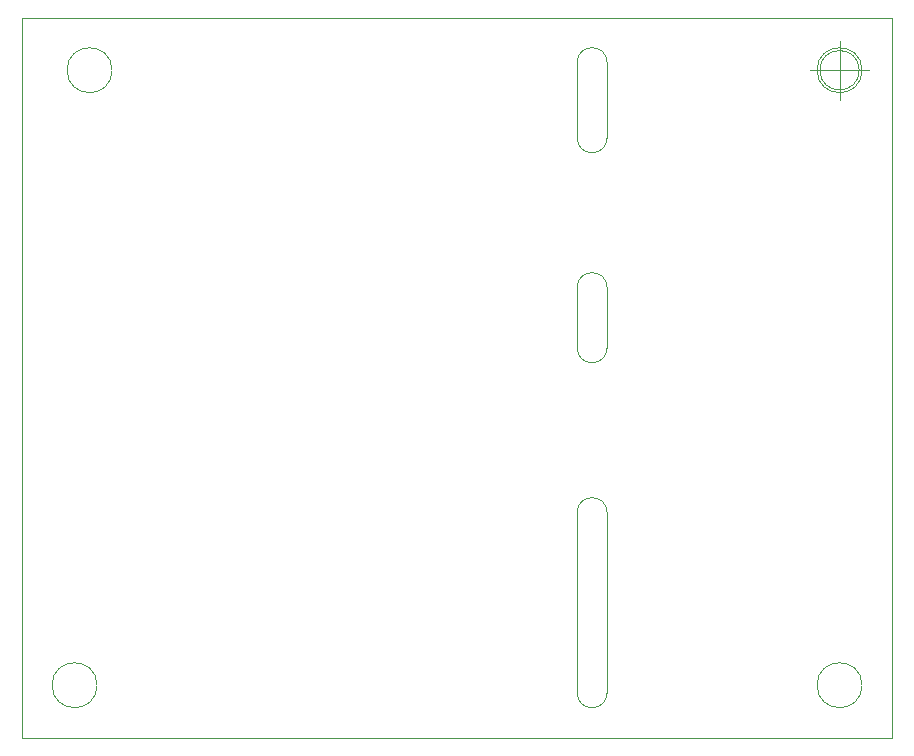
<source format=gbr>
G04 #@! TF.GenerationSoftware,KiCad,Pcbnew,(5.1.4)-1*
G04 #@! TF.CreationDate,2020-06-30T20:05:52+02:00*
G04 #@! TF.ProjectId,ReflowControllerREV1,5265666c-6f77-4436-9f6e-74726f6c6c65,rev?*
G04 #@! TF.SameCoordinates,Original*
G04 #@! TF.FileFunction,Profile,NP*
%FSLAX46Y46*%
G04 Gerber Fmt 4.6, Leading zero omitted, Abs format (unit mm)*
G04 Created by KiCad (PCBNEW (5.1.4)-1) date 2020-06-30 20:05:52*
%MOMM*%
%LPD*%
G04 APERTURE LIST*
%ADD10C,0.050000*%
G04 APERTURE END LIST*
D10*
X256540000Y-73660000D02*
X256540000Y-134620000D01*
X182880000Y-73660000D02*
X256540000Y-73660000D01*
X182880000Y-134620000D02*
X182880000Y-73660000D01*
X256540000Y-134620000D02*
X182880000Y-134620000D01*
X232410000Y-83820000D02*
G75*
G02X229870000Y-83820000I-1270000J0D01*
G01*
X229870000Y-77470000D02*
G75*
G02X232410000Y-77470000I1270000J0D01*
G01*
X229870000Y-96520000D02*
G75*
G02X232410000Y-96520000I1270000J0D01*
G01*
X232410000Y-101600000D02*
G75*
G02X229870000Y-101600000I-1270000J0D01*
G01*
X232410000Y-130810000D02*
G75*
G02X229870000Y-130810000I-1270000J0D01*
G01*
X229870000Y-115570000D02*
G75*
G02X232410000Y-115570000I1270000J0D01*
G01*
X232410000Y-130810000D02*
X232410000Y-115570000D01*
X229870000Y-115570000D02*
X229870000Y-130810000D01*
X229870000Y-101600000D02*
X229870000Y-96520000D01*
X232410000Y-96520000D02*
X232410000Y-101600000D01*
X229870000Y-77470000D02*
X229870000Y-83820000D01*
X232410000Y-83820000D02*
X232410000Y-77470000D01*
X190500000Y-78105000D02*
G75*
G03X190500000Y-78105000I-1905000J0D01*
G01*
X189230000Y-130175000D02*
G75*
G03X189230000Y-130175000I-1905000J0D01*
G01*
X254000000Y-130175000D02*
G75*
G03X254000000Y-130175000I-1905000J0D01*
G01*
X254000000Y-78105000D02*
G75*
G03X254000000Y-78105000I-1905000J0D01*
G01*
X253761666Y-78105000D02*
G75*
G03X253761666Y-78105000I-1666666J0D01*
G01*
X249595000Y-78105000D02*
X254595000Y-78105000D01*
X252095000Y-75605000D02*
X252095000Y-80605000D01*
M02*

</source>
